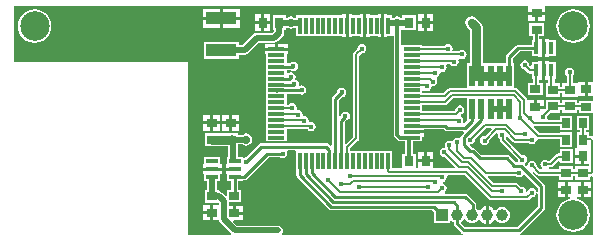
<source format=gbl>
G04*
G04 #@! TF.GenerationSoftware,Altium Limited,Altium Designer,19.1.5 (86)*
G04*
G04 Layer_Physical_Order=2*
G04 Layer_Color=16711680*
%FSLAX25Y25*%
%MOIN*%
G70*
G01*
G75*
%ADD10C,0.00787*%
%ADD18R,0.03543X0.03150*%
%ADD19R,0.03150X0.03543*%
%ADD30C,0.01000*%
%ADD31C,0.02953*%
%ADD32C,0.01968*%
%ADD34C,0.03937*%
%ADD35R,0.03937X0.03937*%
%ADD36C,0.09843*%
%ADD37C,0.01772*%
%ADD38C,0.02756*%
%ADD39R,0.01575X0.04134*%
%ADD40R,0.01181X0.05807*%
%ADD41R,0.05807X0.01181*%
%ADD42R,0.02756X0.03543*%
%ADD43R,0.02000X0.07000*%
%ADD44R,0.10236X0.04331*%
%ADD45R,0.04134X0.01575*%
%ADD46R,0.03543X0.02756*%
%ADD47C,0.01181*%
G36*
X194123Y52181D02*
X192232D01*
Y49803D01*
Y47425D01*
X194123D01*
Y45906D01*
X189331D01*
Y45138D01*
X188622D01*
Y46299D01*
X183819D01*
Y45138D01*
X183111D01*
Y46299D01*
X178308D01*
Y43477D01*
X178075Y43294D01*
X177851Y43398D01*
X174803D01*
Y43898D01*
X174303D01*
Y46276D01*
X172146D01*
Y46311D01*
X172067Y46711D01*
X171840Y47049D01*
X171840Y47049D01*
X168892Y49998D01*
X168553Y50224D01*
X168154Y50304D01*
X167772Y50604D01*
Y58449D01*
X167295D01*
Y60154D01*
X169572Y62431D01*
X173583D01*
Y60886D01*
X175772D01*
Y60516D01*
X177059D01*
Y63583D01*
Y66650D01*
X176152D01*
Y67480D01*
X177598D01*
Y71890D01*
X172795D01*
Y67480D01*
X173848D01*
Y66280D01*
X173583D01*
Y64735D01*
X169095D01*
X168654Y64647D01*
X168280Y64397D01*
X165328Y61445D01*
X165078Y61072D01*
X164990Y60631D01*
Y58449D01*
X157266D01*
Y70472D01*
X157102Y71294D01*
X156637Y71991D01*
X155062Y73566D01*
X154365Y74031D01*
X153543Y74195D01*
X152722Y74031D01*
X152025Y73566D01*
X151559Y72869D01*
X151396Y72047D01*
X151559Y71225D01*
X152025Y70529D01*
X152971Y69583D01*
Y58449D01*
X151913D01*
Y50304D01*
X146318D01*
X145918Y50224D01*
X145580Y49998D01*
X145580Y49998D01*
X144066Y48485D01*
X137148D01*
Y49368D01*
X137162Y49382D01*
X137648Y49589D01*
X137991Y49360D01*
X138583Y49242D01*
X139174Y49360D01*
X139675Y49695D01*
X140010Y50196D01*
X140052Y50406D01*
X140551Y50817D01*
X141143Y50934D01*
X141644Y51269D01*
X141979Y51771D01*
X142097Y52362D01*
X141979Y52954D01*
X141839Y53162D01*
X141928Y53679D01*
X142008Y53742D01*
X142431Y54025D01*
X142766Y54527D01*
X142884Y55118D01*
X142860Y55237D01*
X142908Y55319D01*
X143293Y55622D01*
X143701Y55541D01*
X144292Y55659D01*
X144794Y55994D01*
X145129Y56495D01*
X145246Y57087D01*
X145129Y57678D01*
X145082Y57748D01*
X145349Y58248D01*
X146354D01*
X146545Y57962D01*
X147046Y57627D01*
X147638Y57510D01*
X148229Y57627D01*
X148731Y57962D01*
X149066Y58464D01*
X149183Y59055D01*
X149066Y59646D01*
X149384Y60070D01*
X149611Y60117D01*
X149802Y59990D01*
X150394Y59872D01*
X150985Y59990D01*
X151487Y60325D01*
X151821Y60826D01*
X151939Y61417D01*
X151821Y62009D01*
X151487Y62510D01*
X150985Y62845D01*
X150394Y62963D01*
X149802Y62845D01*
X149301Y62510D01*
X149268Y62461D01*
X147430D01*
X147130Y62961D01*
X147215Y63386D01*
X147097Y63977D01*
X146762Y64479D01*
X146261Y64814D01*
X145669Y64931D01*
X145078Y64814D01*
X144577Y64479D01*
X144412Y64233D01*
X137148D01*
Y64409D01*
X130081D01*
X129984Y64870D01*
Y69617D01*
X130473Y69646D01*
Y69646D01*
X134882D01*
Y74449D01*
X130472D01*
Y73693D01*
X129891D01*
X129524Y73939D01*
X128740Y74094D01*
X127957Y73939D01*
X127589Y73693D01*
X127008D01*
Y74549D01*
X125409D01*
Y74919D01*
X124319D01*
Y71016D01*
Y67112D01*
X125409D01*
Y67482D01*
X127008D01*
Y67482D01*
X127496Y67453D01*
Y34646D01*
X127591Y34170D01*
X127860Y33766D01*
X128844Y32781D01*
X129248Y32512D01*
X129724Y32417D01*
X131433D01*
Y28386D01*
X130472D01*
Y23583D01*
X130037Y23426D01*
X127008D01*
Y29368D01*
X113051D01*
Y30079D01*
X115699Y32726D01*
X115699Y32727D01*
X115925Y33065D01*
X116004Y33465D01*
Y60985D01*
X116871Y61852D01*
X116929Y61840D01*
X117520Y61958D01*
X118022Y62293D01*
X118357Y62794D01*
X118475Y63386D01*
X118357Y63977D01*
X118022Y64479D01*
X117520Y64814D01*
X116929Y64931D01*
X116338Y64814D01*
X115836Y64479D01*
X115501Y63977D01*
X115384Y63386D01*
X115395Y63328D01*
X114223Y62155D01*
X113996Y61817D01*
X113917Y61417D01*
X113917Y61417D01*
Y33897D01*
X111691Y31671D01*
X111191Y31878D01*
Y38881D01*
X111783Y39472D01*
X112009Y39517D01*
X112510Y39852D01*
X112845Y40354D01*
X112963Y40945D01*
X112845Y41536D01*
X112510Y42038D01*
X112009Y42373D01*
X111417Y42490D01*
X110826Y42373D01*
X110325Y42038D01*
X109990Y41536D01*
X109910Y41135D01*
X109723Y41001D01*
X109231Y41253D01*
X109223Y41266D01*
Y46176D01*
X110341Y47294D01*
X110828Y47391D01*
X111329Y47726D01*
X111664Y48228D01*
X111782Y48819D01*
X111664Y49410D01*
X111329Y49912D01*
X110828Y50247D01*
X110236Y50364D01*
X109645Y50247D01*
X109143Y49912D01*
X108808Y49410D01*
X108712Y48924D01*
X107256Y47468D01*
X107007Y47094D01*
X106919Y46654D01*
Y31244D01*
X106419Y31037D01*
X105933Y31523D01*
X105559Y31773D01*
X105118Y31861D01*
X83465D01*
X83024Y31773D01*
X82650Y31523D01*
X78242Y27115D01*
X77803Y27028D01*
X77743Y27038D01*
X77303Y27205D01*
X77303Y27205D01*
X77303Y27205D01*
X75661D01*
Y31425D01*
X77196D01*
X77563Y31179D01*
X78347Y31024D01*
X79130Y31179D01*
X79794Y31623D01*
X80238Y32287D01*
X80394Y33071D01*
X80238Y33854D01*
X79794Y34519D01*
X79130Y34962D01*
X78347Y35118D01*
X77563Y34962D01*
X77196Y34717D01*
X75630D01*
Y35276D01*
X73978D01*
X73819Y35307D01*
X73660Y35276D01*
X70827D01*
Y35218D01*
X69331D01*
Y35276D01*
X64527D01*
Y30866D01*
X69331D01*
Y30923D01*
X70827D01*
Y30866D01*
X72370D01*
Y27205D01*
X71909D01*
Y25016D01*
X71539D01*
Y23728D01*
X74606D01*
Y22728D01*
X71539D01*
Y21441D01*
X71909D01*
Y19252D01*
X73454D01*
Y16378D01*
X72008D01*
Y14437D01*
X71546Y14246D01*
X70455Y15337D01*
X69921Y15694D01*
X69331Y15811D01*
Y16378D01*
X68772D01*
Y19252D01*
X69823D01*
Y21441D01*
X70193D01*
Y22728D01*
X67126D01*
X64059D01*
Y21441D01*
X64429D01*
Y19252D01*
X65480D01*
Y16378D01*
X64528D01*
Y11969D01*
X69169D01*
X69220Y11917D01*
Y11236D01*
X67429D01*
Y8661D01*
Y6087D01*
X69318D01*
X69346Y5946D01*
X69702Y5412D01*
X73462Y1652D01*
X73421Y1407D01*
X73281Y1152D01*
X59055D01*
Y59055D01*
X1152D01*
Y77588D01*
X172425D01*
Y75697D01*
X175197D01*
X177969D01*
Y77588D01*
X194123D01*
Y52181D01*
D02*
G37*
G36*
X189331Y41890D02*
X194123D01*
Y34380D01*
X193640Y34103D01*
X193623Y34106D01*
X193239Y34182D01*
X193239Y34182D01*
X192756D01*
Y35472D01*
X191792D01*
Y36181D01*
X192756D01*
Y40984D01*
X188740D01*
Y36181D01*
X189704D01*
Y35472D01*
X188740D01*
Y30669D01*
X188380Y30331D01*
X187976D01*
Y28059D01*
X190551D01*
Y27559D01*
X191051D01*
Y24787D01*
X192657D01*
Y24105D01*
X188150D01*
Y23091D01*
X187441D01*
Y24105D01*
X182637D01*
Y23091D01*
X179418D01*
X179185Y23591D01*
X179326Y23760D01*
X179921D01*
X179921Y23760D01*
X180321Y23839D01*
X180659Y24065D01*
X182373Y25779D01*
X182835Y25587D01*
Y25157D01*
X187244D01*
Y29961D01*
X182835D01*
Y28406D01*
X182480D01*
X182081Y28326D01*
X181742Y28100D01*
X179539Y25897D01*
X179045Y25896D01*
X178544Y26231D01*
X177953Y26349D01*
X177361Y26231D01*
X176860Y25896D01*
X176525Y25395D01*
X176407Y24803D01*
X176525Y24212D01*
X176860Y23710D01*
X177039Y23591D01*
X176887Y23091D01*
X176417D01*
X175156Y24351D01*
X175168Y24409D01*
X175050Y25001D01*
X174715Y25502D01*
X174214Y25837D01*
X173622Y25955D01*
X173031Y25837D01*
X172529Y25502D01*
X172194Y25001D01*
X172083Y24442D01*
X171953Y24358D01*
X171660Y24235D01*
X171297Y24557D01*
X171370Y25155D01*
X171565Y25285D01*
X171900Y25787D01*
X172018Y26378D01*
X171900Y26969D01*
X171565Y27471D01*
X171063Y27806D01*
X170472Y27923D01*
X170414Y27912D01*
X165012Y33314D01*
Y33761D01*
X165079Y33863D01*
X165665Y33985D01*
X167317Y32333D01*
X167317Y32333D01*
X167655Y32107D01*
X168055Y32027D01*
X172496D01*
X172529Y31978D01*
X173031Y31643D01*
X173622Y31525D01*
X174214Y31643D01*
X174715Y31978D01*
X175050Y32480D01*
X175168Y33071D01*
X175650Y33208D01*
X182835D01*
Y30669D01*
X186850D01*
Y35472D01*
X182835D01*
Y35296D01*
X176023D01*
X174200Y37118D01*
X174293Y37414D01*
X174427Y37598D01*
X182835D01*
Y36181D01*
X186850D01*
Y40984D01*
X182835D01*
Y39685D01*
X178965D01*
X178638Y40185D01*
X178711Y40551D01*
X178667Y40773D01*
X179784Y41890D01*
X183111D01*
Y43051D01*
X183819D01*
Y41890D01*
X188622D01*
Y43051D01*
X189331D01*
Y41890D01*
D02*
G37*
G36*
X151913Y39369D02*
X151147Y38603D01*
X150668Y38779D01*
X150647Y38810D01*
X150758Y39370D01*
X150640Y39961D01*
X150305Y40463D01*
X149804Y40798D01*
X149919Y41277D01*
X150026Y41451D01*
X150198Y41486D01*
X150699Y41821D01*
X151034Y42322D01*
X151152Y42913D01*
X151034Y43505D01*
X150699Y44006D01*
X150198Y44341D01*
X149606Y44459D01*
X149015Y44341D01*
X148513Y44006D01*
X148179Y43505D01*
X148061Y42913D01*
X147702Y42579D01*
X137148D01*
Y44429D01*
X144534D01*
X144534Y44429D01*
X144934Y44508D01*
X145272Y44734D01*
X147337Y46799D01*
X151913D01*
Y39369D01*
D02*
G37*
G36*
X144461Y36193D02*
X144835Y35943D01*
X145276Y35856D01*
X150748D01*
X150955Y35356D01*
X150319Y34720D01*
X150069Y34347D01*
X149982Y33906D01*
X149482Y33663D01*
X149410Y33711D01*
X148819Y33829D01*
X148227Y33711D01*
X147726Y33376D01*
X147391Y32875D01*
X147349Y32667D01*
X146794Y32437D01*
X146654Y32530D01*
X146063Y32648D01*
X145471Y32530D01*
X144970Y32195D01*
X144635Y31694D01*
X144517Y31102D01*
X144582Y30775D01*
X144516Y30431D01*
X144220Y30232D01*
X143897Y30168D01*
X143395Y29833D01*
X143060Y29332D01*
X142943Y28740D01*
X143060Y28149D01*
X143395Y27647D01*
X143897Y27312D01*
X144488Y27195D01*
X144546Y27206D01*
X147865Y23888D01*
X147673Y23426D01*
X140764D01*
Y25484D01*
X138189D01*
X135614D01*
Y23780D01*
X135382Y23649D01*
X134882Y23942D01*
Y28386D01*
X133922D01*
Y32441D01*
X137148D01*
Y34039D01*
X137518D01*
Y35130D01*
X133614D01*
Y36130D01*
X137518D01*
Y36446D01*
X144208D01*
X144461Y36193D01*
D02*
G37*
G36*
X160188Y36467D02*
X157932Y34211D01*
X157874Y34223D01*
X157283Y34105D01*
X156781Y33770D01*
X156446Y33269D01*
X156329Y32677D01*
X156446Y32086D01*
X156781Y31584D01*
X157283Y31249D01*
X157874Y31132D01*
X158465Y31249D01*
X158967Y31584D01*
X159302Y32086D01*
X159420Y32677D01*
X159408Y32735D01*
X161825Y35152D01*
X162286Y34906D01*
X162234Y34646D01*
X162352Y34054D01*
X162687Y33553D01*
X162924Y33394D01*
Y32882D01*
X162924Y32882D01*
X163004Y32483D01*
X163230Y32144D01*
X168938Y26436D01*
X168927Y26378D01*
X168997Y26026D01*
X168706Y25622D01*
X168214Y25588D01*
X166216Y27586D01*
X165842Y27836D01*
X165401Y27924D01*
X156776D01*
X154752Y29948D01*
X154378Y30198D01*
X153937Y30286D01*
X153627D01*
X152834Y31078D01*
X153081Y31539D01*
X153150Y31525D01*
X153741Y31643D01*
X154242Y31978D01*
X154577Y32480D01*
X154695Y33071D01*
X154683Y33129D01*
X158484Y36929D01*
X159996D01*
X160188Y36467D01*
D02*
G37*
G36*
X95039Y29368D02*
Y22301D01*
X95108D01*
Y21177D01*
X95196Y20736D01*
X95445Y20363D01*
X105993Y9815D01*
X106366Y9566D01*
X106807Y9478D01*
X140428D01*
X141063Y8843D01*
Y5276D01*
X146260D01*
Y5914D01*
X146760Y6084D01*
X146808Y6021D01*
X147351Y5604D01*
X147509Y5539D01*
Y4933D01*
X147597Y4492D01*
X147847Y4118D01*
X150024Y1941D01*
X150398Y1692D01*
X150596Y1652D01*
X150547Y1152D01*
X90381D01*
X90249Y1394D01*
X90180Y1652D01*
X90497Y2126D01*
X90622Y2756D01*
X90497Y3386D01*
X90140Y3920D01*
X89606Y4276D01*
X88976Y4402D01*
X75367D01*
X74144Y5625D01*
X74336Y6087D01*
X77181D01*
Y7965D01*
X74410D01*
Y8465D01*
X73909D01*
Y10842D01*
X72512D01*
Y12362D01*
X76811D01*
Y16378D01*
X75758D01*
Y19252D01*
X77303D01*
Y19517D01*
X77756D01*
X78197Y19605D01*
X78570Y19855D01*
X85910Y27194D01*
X89547D01*
X89960Y26919D01*
X90551Y26801D01*
X91143Y26919D01*
X91644Y27254D01*
X91979Y27755D01*
X92097Y28346D01*
X91979Y28938D01*
X91900Y29057D01*
X92167Y29557D01*
X94617D01*
X95039Y29368D01*
D02*
G37*
G36*
X175620Y16940D02*
Y15644D01*
X175120Y15595D01*
X175050Y15946D01*
X174715Y16447D01*
X174214Y16782D01*
X173622Y16900D01*
X173031Y16782D01*
X172529Y16447D01*
X172194Y15946D01*
X172154Y15744D01*
X172101Y15719D01*
X172075Y15720D01*
X171570Y16021D01*
X171507Y16339D01*
X171171Y16841D01*
X170670Y17176D01*
X170079Y17293D01*
X170021Y17282D01*
X168907Y18395D01*
X168569Y18622D01*
X168169Y18701D01*
X168169Y18701D01*
X160764D01*
X158923Y20542D01*
X159114Y21003D01*
X168165D01*
X168198Y20954D01*
X168700Y20619D01*
X169291Y20502D01*
X169882Y20619D01*
X170384Y20954D01*
X170590Y21263D01*
X171176Y21384D01*
X175620Y16940D01*
D02*
G37*
G36*
X159403Y13101D02*
X159403Y13101D01*
X159742Y12874D01*
X160141Y12795D01*
X172106D01*
X172106Y12795D01*
X172506Y12874D01*
X172844Y13101D01*
X173564Y13820D01*
X173622Y13809D01*
X174214Y13927D01*
X174715Y14262D01*
X175050Y14763D01*
X175120Y15113D01*
X175620Y15064D01*
Y10713D01*
X168814Y3908D01*
X151316D01*
X150105Y5118D01*
X150081Y5209D01*
X150173Y5758D01*
X150515Y6021D01*
X150879Y6495D01*
X151161Y6533D01*
X151444Y6495D01*
X151808Y6021D01*
X152351Y5604D01*
X152983Y5342D01*
X153661Y5253D01*
X154340Y5342D01*
X154972Y5604D01*
X155515Y6021D01*
X155626Y6166D01*
X155665Y6185D01*
X156243Y6149D01*
X156544Y5757D01*
X157164Y5281D01*
X157887Y4982D01*
X158161Y4946D01*
Y7874D01*
Y10802D01*
X157887Y10766D01*
X157164Y10467D01*
X156544Y9991D01*
X156243Y9599D01*
X155665Y9563D01*
X155626Y9582D01*
X155515Y9727D01*
X155089Y10054D01*
Y11417D01*
X155001Y11858D01*
X154752Y12232D01*
X152279Y14704D01*
X151905Y14954D01*
X151465Y15042D01*
X144739D01*
X144655Y15143D01*
X144752Y15809D01*
X144794Y15836D01*
X145129Y16338D01*
X145246Y16929D01*
X145129Y17521D01*
X144794Y18022D01*
X144292Y18357D01*
X143845Y18446D01*
Y18956D01*
X144292Y19045D01*
X144794Y19380D01*
X145129Y19881D01*
X145246Y20472D01*
X145174Y20838D01*
X145501Y21338D01*
X151166D01*
X159403Y13101D01*
D02*
G37*
G36*
X174028Y22527D02*
X175246Y21309D01*
X175585Y21083D01*
X175984Y21004D01*
X175984Y21004D01*
X182637D01*
Y19696D01*
X187441D01*
Y21004D01*
X188150D01*
Y19696D01*
X192953D01*
Y20493D01*
X193240Y20857D01*
X193623Y20933D01*
X193640Y20936D01*
X194123Y20659D01*
Y1152D01*
X169583D01*
X169534Y1652D01*
X169732Y1692D01*
X170106Y1941D01*
X177586Y9422D01*
X177836Y9795D01*
X177924Y10236D01*
Y17417D01*
X177836Y17858D01*
X177586Y18232D01*
X173834Y21984D01*
X173999Y22526D01*
X174022Y22530D01*
X174028Y22527D01*
D02*
G37*
%LPC*%
G36*
X123319Y74919D02*
X122228D01*
Y74549D01*
X119504D01*
Y74919D01*
X118413D01*
Y71016D01*
Y67112D01*
X119504D01*
Y67482D01*
X122228D01*
Y67112D01*
X123319D01*
Y71016D01*
Y74919D01*
D02*
G37*
G36*
X117413D02*
X116323D01*
Y74549D01*
X113598D01*
Y74919D01*
X112508D01*
Y71016D01*
Y67112D01*
X113598D01*
Y67482D01*
X116323D01*
Y67112D01*
X117413D01*
Y71016D01*
Y74919D01*
D02*
G37*
G36*
X76197Y76591D02*
X70579D01*
Y73925D01*
X76197D01*
Y76591D01*
D02*
G37*
G36*
X69579D02*
X63961D01*
Y73925D01*
X69579D01*
Y76591D01*
D02*
G37*
G36*
X111508Y74919D02*
X110417D01*
Y74549D01*
X95039D01*
Y73693D01*
X94458D01*
X94090Y73939D01*
X93307Y74094D01*
X92524Y73939D01*
X92156Y73693D01*
X91575D01*
Y74449D01*
X87165D01*
Y69646D01*
X87628D01*
X87684Y69146D01*
X87114Y68575D01*
X81890D01*
X81260Y68450D01*
X80726Y68093D01*
X77271Y64638D01*
X75827D01*
Y65591D01*
X64331D01*
Y60000D01*
X75827D01*
Y61346D01*
X77953D01*
X78583Y61472D01*
X79116Y61828D01*
X82572Y65283D01*
X87795D01*
X88425Y65409D01*
X88959Y65765D01*
X90534Y67340D01*
X90891Y67874D01*
X91016Y68504D01*
Y69646D01*
X91575D01*
Y70401D01*
X92156D01*
X92524Y70156D01*
X93307Y70000D01*
X94090Y70156D01*
X94458Y70401D01*
X95039D01*
Y67482D01*
X110417D01*
Y67112D01*
X111508D01*
Y71016D01*
Y74919D01*
D02*
G37*
G36*
X177969Y74697D02*
X175697D01*
Y72622D01*
X177969D01*
Y74697D01*
D02*
G37*
G36*
X174697D02*
X172425D01*
Y72622D01*
X174697D01*
Y74697D01*
D02*
G37*
G36*
X140764Y74819D02*
X138689D01*
Y72547D01*
X140764D01*
Y74819D01*
D02*
G37*
G36*
X137689D02*
X135614D01*
Y72547D01*
X137689D01*
Y74819D01*
D02*
G37*
G36*
X86433Y74819D02*
X84358D01*
Y72547D01*
X86433D01*
Y74819D01*
D02*
G37*
G36*
X83358D02*
X81283D01*
Y72547D01*
X83358D01*
Y74819D01*
D02*
G37*
G36*
X76197Y72925D02*
X70579D01*
Y70260D01*
X76197D01*
Y72925D01*
D02*
G37*
G36*
X69579D02*
X63961D01*
Y70260D01*
X69579D01*
Y72925D01*
D02*
G37*
G36*
X140764Y71547D02*
X138689D01*
Y69276D01*
X140764D01*
Y71547D01*
D02*
G37*
G36*
X137689D02*
X135614D01*
Y69276D01*
X137689D01*
Y71547D01*
D02*
G37*
G36*
X86433Y71547D02*
X84358D01*
Y69276D01*
X86433D01*
Y71547D01*
D02*
G37*
G36*
X83358D02*
X81283D01*
Y69276D01*
X83358D01*
Y71547D01*
D02*
G37*
G36*
X187402Y76465D02*
X185952Y76274D01*
X184602Y75715D01*
X183442Y74825D01*
X182553Y73666D01*
X181993Y72315D01*
X181802Y70866D01*
X181993Y69417D01*
X182553Y68067D01*
X183442Y66907D01*
X184602Y66017D01*
X185952Y65458D01*
X187402Y65267D01*
X188851Y65458D01*
X190201Y66017D01*
X191361Y66907D01*
X192251Y68067D01*
X192810Y69417D01*
X193001Y70866D01*
X192810Y72315D01*
X192251Y73666D01*
X191361Y74825D01*
X190201Y75715D01*
X188851Y76274D01*
X187402Y76465D01*
D02*
G37*
G36*
X7874D02*
X6425Y76274D01*
X5074Y75715D01*
X3915Y74825D01*
X3025Y73666D01*
X2466Y72315D01*
X2275Y70866D01*
X2466Y69417D01*
X3025Y68067D01*
X3915Y66907D01*
X5074Y66017D01*
X6425Y65458D01*
X7874Y65267D01*
X9323Y65458D01*
X10674Y66017D01*
X11833Y66907D01*
X12723Y68067D01*
X13282Y69417D01*
X13473Y70866D01*
X13282Y72315D01*
X12723Y73666D01*
X11833Y74825D01*
X10674Y75715D01*
X9323Y76274D01*
X7874Y76465D01*
D02*
G37*
G36*
X92337Y64780D02*
X88933D01*
Y63689D01*
X92337D01*
Y64780D01*
D02*
G37*
G36*
X87933D02*
X84530D01*
Y63689D01*
X87933D01*
Y64780D01*
D02*
G37*
G36*
X179347Y66650D02*
X178059D01*
Y63583D01*
Y60516D01*
X179347D01*
Y60886D01*
X181535D01*
Y66280D01*
X179347D01*
Y66650D01*
D02*
G37*
G36*
X92337Y62689D02*
X88433D01*
X84530D01*
Y61598D01*
X84900D01*
Y60000D01*
Y56063D01*
Y52126D01*
Y48189D01*
Y44252D01*
Y40315D01*
Y36378D01*
Y32441D01*
X91966D01*
Y36417D01*
X98835D01*
X98907Y36309D01*
X99409Y35974D01*
X100000Y35856D01*
X100591Y35974D01*
X101093Y36309D01*
X101428Y36810D01*
X101545Y37402D01*
X101428Y37993D01*
X101093Y38494D01*
X100591Y38829D01*
X100000Y38947D01*
X99593Y38866D01*
X99207Y39170D01*
X99159Y39251D01*
X99183Y39370D01*
X99065Y39961D01*
X98730Y40463D01*
X98229Y40798D01*
X97640Y40915D01*
X97506Y40944D01*
X97243Y41207D01*
X97214Y41341D01*
X97097Y41930D01*
X96762Y42431D01*
X96261Y42766D01*
X95669Y42884D01*
X95550Y42860D01*
X95469Y42908D01*
X95165Y43294D01*
X95246Y43701D01*
X95129Y44292D01*
X94794Y44794D01*
X94292Y45129D01*
X93701Y45246D01*
X93109Y45129D01*
X92608Y44794D01*
X92444Y44548D01*
X91966D01*
Y48257D01*
X96141D01*
X96259Y48178D01*
X96850Y48061D01*
X97442Y48178D01*
X97943Y48513D01*
X98278Y49015D01*
X98396Y49606D01*
X98278Y50198D01*
X97943Y50699D01*
X97442Y51034D01*
X96850Y51152D01*
X96443Y51071D01*
X96058Y51375D01*
X96010Y51456D01*
X96034Y51575D01*
X95916Y52166D01*
X95581Y52668D01*
X95099Y52990D01*
X94767Y53269D01*
X94735Y53346D01*
X94853Y53937D01*
X94735Y54528D01*
X94400Y55030D01*
X93898Y55365D01*
X93307Y55482D01*
X92716Y55365D01*
X92466Y55198D01*
X91966Y55466D01*
Y56131D01*
X93385D01*
X93503Y56053D01*
X94095Y55935D01*
X94686Y56053D01*
X95187Y56388D01*
X95522Y56889D01*
X95640Y57480D01*
X95522Y58072D01*
X95187Y58573D01*
X94686Y58908D01*
X94095Y59026D01*
X93503Y58908D01*
X93002Y58573D01*
X92910Y58435D01*
X91966D01*
Y61598D01*
X92337D01*
Y62689D01*
D02*
G37*
G36*
X171260Y59420D02*
X170668Y59302D01*
X170167Y58967D01*
X169832Y58465D01*
X169714Y57874D01*
X169832Y57283D01*
X170167Y56781D01*
X170668Y56446D01*
X171260Y56329D01*
X171318Y56340D01*
X172293Y55364D01*
X172293Y55364D01*
X172632Y55138D01*
X173031Y55059D01*
X173031Y55059D01*
X173583D01*
Y53405D01*
X173956D01*
Y51811D01*
X172402D01*
Y47795D01*
X177205D01*
Y51811D01*
X176044D01*
Y53035D01*
X177059D01*
Y56102D01*
Y59169D01*
X175772D01*
Y58799D01*
X173583D01*
Y57804D01*
X173134Y57610D01*
X173036Y57688D01*
X172801Y57898D01*
X172688Y58465D01*
X172353Y58967D01*
X171851Y59302D01*
X171260Y59420D01*
D02*
G37*
G36*
X179347Y59169D02*
X178059D01*
Y56102D01*
Y53035D01*
X179075D01*
Y51811D01*
X178308D01*
Y47402D01*
X183111D01*
Y48563D01*
X183819D01*
Y47402D01*
X188470D01*
X188622Y47402D01*
X189112Y47425D01*
X191232D01*
Y49803D01*
Y52181D01*
X188961D01*
Y52171D01*
X188622Y51811D01*
X188461Y51811D01*
X187264D01*
Y54386D01*
X187313Y54419D01*
X187648Y54920D01*
X187766Y55512D01*
X187648Y56103D01*
X187313Y56605D01*
X186812Y56940D01*
X186221Y57057D01*
X185629Y56940D01*
X185128Y56605D01*
X184793Y56103D01*
X184675Y55512D01*
X184793Y54920D01*
X185128Y54419D01*
X185177Y54386D01*
Y51811D01*
X183819D01*
Y50650D01*
X183111D01*
Y51811D01*
X181162D01*
Y53405D01*
X181535D01*
Y58799D01*
X179347D01*
Y59169D01*
D02*
G37*
G36*
X177575Y46276D02*
X175303D01*
Y44398D01*
X177575D01*
Y46276D01*
D02*
G37*
G36*
X76000Y41157D02*
X73728D01*
Y39083D01*
X76000D01*
Y41157D01*
D02*
G37*
G36*
X69701D02*
X67429D01*
Y39083D01*
X69701D01*
Y41157D01*
D02*
G37*
G36*
X72728D02*
X70457D01*
Y39083D01*
X72728D01*
Y41157D01*
D02*
G37*
G36*
X66429D02*
X64157D01*
Y39083D01*
X66429D01*
Y41157D01*
D02*
G37*
G36*
X76000Y38083D02*
X73728D01*
Y36008D01*
X76000D01*
Y38083D01*
D02*
G37*
G36*
X72728D02*
X70457D01*
Y36008D01*
X72728D01*
Y38083D01*
D02*
G37*
G36*
X69701D02*
X67429D01*
Y36008D01*
X69701D01*
Y38083D01*
D02*
G37*
G36*
X66429D02*
X64157D01*
Y36008D01*
X66429D01*
Y38083D01*
D02*
G37*
G36*
X69823Y27205D02*
X64429D01*
Y25016D01*
X64059D01*
Y23728D01*
X67126D01*
X70193D01*
Y25016D01*
X69823D01*
Y27205D01*
D02*
G37*
G36*
X66429Y11236D02*
X64157D01*
Y9161D01*
X66429D01*
Y11236D01*
D02*
G37*
G36*
Y8161D02*
X64157D01*
Y6087D01*
X66429D01*
Y8161D01*
D02*
G37*
G36*
X190051Y27059D02*
X187976D01*
Y24787D01*
X190051D01*
Y27059D01*
D02*
G37*
G36*
X140764Y28756D02*
X138689D01*
Y26484D01*
X140764D01*
Y28756D01*
D02*
G37*
G36*
X137689D02*
X135614D01*
Y26484D01*
X137689D01*
Y28756D01*
D02*
G37*
G36*
X77181Y10842D02*
X74910D01*
Y8965D01*
X77181D01*
Y10842D01*
D02*
G37*
G36*
X159161Y10802D02*
Y7874D01*
Y4946D01*
X159436Y4982D01*
X160159Y5281D01*
X160779Y5757D01*
X161080Y6149D01*
X161658Y6185D01*
X161697Y6166D01*
X161808Y6021D01*
X162351Y5604D01*
X162983Y5342D01*
X163661Y5253D01*
X164340Y5342D01*
X164972Y5604D01*
X165515Y6021D01*
X165931Y6564D01*
X166193Y7196D01*
X166282Y7874D01*
X166193Y8552D01*
X165931Y9184D01*
X165515Y9727D01*
X164972Y10144D01*
X164340Y10406D01*
X163661Y10495D01*
X162983Y10406D01*
X162351Y10144D01*
X161808Y9727D01*
X161697Y9582D01*
X161658Y9563D01*
X161080Y9599D01*
X160779Y9991D01*
X160159Y10467D01*
X159436Y10766D01*
X159161Y10802D01*
D02*
G37*
G36*
X193323Y18964D02*
X191051D01*
Y16889D01*
X193323D01*
Y18964D01*
D02*
G37*
G36*
X184539Y18963D02*
X182267D01*
Y16889D01*
X184539D01*
Y18963D01*
D02*
G37*
G36*
X193323Y15889D02*
X191051D01*
Y13814D01*
X193323D01*
Y15889D01*
D02*
G37*
G36*
X184539Y15889D02*
X182267D01*
Y13814D01*
X184539D01*
Y15889D01*
D02*
G37*
G36*
X190051Y18964D02*
X187779D01*
Y18963D01*
X185539D01*
Y16389D01*
Y13814D01*
X186160D01*
X186192Y13314D01*
X185952Y13282D01*
X184602Y12723D01*
X183442Y11833D01*
X182553Y10674D01*
X181993Y9323D01*
X181802Y7874D01*
X181993Y6425D01*
X182553Y5074D01*
X183442Y3915D01*
X184602Y3025D01*
X185952Y2466D01*
X187402Y2275D01*
X188851Y2466D01*
X190201Y3025D01*
X191361Y3915D01*
X192251Y5074D01*
X192810Y6425D01*
X193001Y7874D01*
X192810Y9323D01*
X192251Y10674D01*
X191361Y11833D01*
X190201Y12723D01*
X188851Y13282D01*
X188610Y13314D01*
X188643Y13814D01*
X190051D01*
Y16389D01*
Y18964D01*
D02*
G37*
%LPD*%
D10*
X93504Y43504D02*
X93701Y43701D01*
X88433Y43504D02*
X93504D01*
X88433Y41535D02*
X95472D01*
X95669Y41339D01*
X133614Y63189D02*
X145472D01*
X145669Y63386D01*
X133811Y61417D02*
X150394D01*
X143504Y57284D02*
X143701Y57087D01*
X133614Y57284D02*
X143504D01*
X141141Y55315D02*
X141338Y55118D01*
X133614Y55315D02*
X141141D01*
X139567Y53347D02*
X140551Y52362D01*
X133614Y53347D02*
X139567D01*
X137992Y51378D02*
X138583Y50787D01*
X133614Y51378D02*
X137992D01*
X147402Y59291D02*
X147638Y59055D01*
X135039Y59291D02*
X147402D01*
X163779Y34646D02*
X163968Y34457D01*
Y32882D02*
Y34457D01*
Y32882D02*
X170472Y26378D01*
X158268Y22047D02*
X169291D01*
X175984Y22047D02*
X190798D01*
X173622Y24409D02*
X175984Y22047D01*
X177953Y24803D02*
X179921D01*
X190551Y21901D02*
X190945D01*
X190798Y22047D02*
X190945Y21901D01*
X158051Y37972D02*
X165157D01*
X153150Y33071D02*
X158051Y37972D01*
X161752Y36555D02*
X164570D01*
X157874Y32677D02*
X161752Y36555D01*
X164570D02*
X168055Y33071D01*
X173622D01*
X165157Y37972D02*
X168091Y35039D01*
X171260D01*
X180709Y44095D02*
X191535D01*
X190748Y33465D02*
X191074Y33138D01*
X190748Y33465D02*
Y38583D01*
X190945Y21901D02*
X193239D01*
Y33138D02*
X193701Y32677D01*
X191074Y33138D02*
X193239D01*
X193701Y22362D02*
Y32677D01*
X193239Y21901D02*
X193701Y22362D01*
X174350Y38642D02*
X185295D01*
X185630Y38976D01*
X171102Y41890D02*
X174350Y38642D01*
X169685Y40157D02*
Y45724D01*
Y40157D02*
X175591Y34252D01*
X171102Y41890D02*
Y46311D01*
X168154Y49260D02*
X171102Y46311D01*
X167567Y47842D02*
X169685Y45724D01*
X175591Y34252D02*
X185236D01*
X146318Y49260D02*
X168154D01*
X177165Y40551D02*
Y40747D01*
X180512Y44095D01*
X180709D01*
X186221Y49606D02*
X186221Y49606D01*
X186221Y49606D02*
Y55512D01*
X180709Y49606D02*
X186221D01*
X180709Y49606D02*
X180709Y49606D01*
X180118Y50197D02*
X180709Y49606D01*
X180118Y50197D02*
Y56102D01*
X191535Y44095D02*
X191732Y43898D01*
X182480Y27362D02*
X185039D01*
X179921Y24803D02*
X182480Y27362D01*
X185039D02*
Y27559D01*
X144499Y47441D02*
X146318Y49260D01*
X133614Y47441D02*
X144499D01*
X146905Y47842D02*
X167567D01*
X144534Y45472D02*
X146905Y47842D01*
X133614Y45472D02*
X144534D01*
X149114Y39469D02*
X149213Y39370D01*
X133713Y39469D02*
X149114D01*
X148228Y41535D02*
X149606Y42913D01*
X153307Y27008D02*
X158268Y22047D01*
X174803Y49803D02*
X175000Y50000D01*
Y56102D01*
X171260Y57874D02*
X173031Y56102D01*
X175000D01*
X133614Y39567D02*
X133713Y39469D01*
X143307Y20866D02*
X143701Y20472D01*
X112992Y20866D02*
X143307D01*
X151598Y22382D02*
X160141Y13839D01*
X126043Y22382D02*
X151598D01*
X125787Y22638D02*
X126043Y22382D01*
X150994Y27008D02*
X153307D01*
X148819Y29183D02*
X150994Y27008D01*
X148819Y29183D02*
Y32283D01*
X172106Y13839D02*
X173622Y15354D01*
X160141Y13839D02*
X172106D01*
X150394Y25591D02*
X152398D01*
X146063Y29922D02*
X150394Y25591D01*
X146063Y29922D02*
Y31102D01*
X152398Y25591D02*
X160331Y17658D01*
X168169D01*
X152185Y23799D02*
X160236Y15748D01*
X149429Y23799D02*
X152185D01*
X144488Y28740D02*
X149429Y23799D01*
X142185Y15413D02*
X143701Y16929D01*
X109783Y15413D02*
X142185D01*
X141004Y19232D02*
X141339Y18898D01*
X114058Y19232D02*
X141004D01*
X112936Y18110D02*
X114058Y19232D01*
X116142Y17323D02*
X138976D01*
X114961Y33465D02*
Y61417D01*
X112008Y30512D02*
X114961Y33465D01*
X112008Y25835D02*
Y30512D01*
X114961Y61417D02*
X116929Y63386D01*
X125787Y22638D02*
Y25835D01*
X105512Y19685D02*
X109783Y15413D01*
X109843Y18110D02*
X112936D01*
X88571Y37461D02*
X99941D01*
X88433Y37598D02*
X88571Y37461D01*
X99941D02*
X100000Y37402D01*
X88571Y39429D02*
X97579D01*
X97638Y39370D01*
X133614Y41535D02*
X148228D01*
X133614Y61221D02*
X133811Y61417D01*
X133614Y61221D02*
X133713Y61122D01*
X168169Y17658D02*
X170079Y15748D01*
X160236D02*
X163779D01*
X88433Y39567D02*
X88571Y39429D01*
D18*
X66929Y14173D02*
D03*
Y8661D02*
D03*
X66929Y33071D02*
D03*
Y38583D02*
D03*
X73228Y33071D02*
D03*
Y38583D02*
D03*
X175197Y69685D02*
D03*
Y75197D02*
D03*
X180709Y49606D02*
D03*
Y44095D02*
D03*
X186221Y49606D02*
D03*
Y44094D02*
D03*
X185039Y21901D02*
D03*
Y16389D02*
D03*
X190551Y21901D02*
D03*
Y16389D02*
D03*
D19*
X89370Y72047D02*
D03*
X83858D02*
D03*
X132677Y72047D02*
D03*
X138189D02*
D03*
X132677Y25984D02*
D03*
X138189D02*
D03*
X185039Y27559D02*
D03*
X190551D02*
D03*
D30*
X92716Y53347D02*
X93307Y53937D01*
X88433Y53347D02*
X92716D01*
X94291Y51378D02*
X94488Y51575D01*
X88433Y49409D02*
X96653D01*
X96850Y49606D01*
X88433Y51378D02*
X94291D01*
X93898Y57284D02*
X94095Y57480D01*
X88433Y57284D02*
X93898D01*
X166142Y54331D02*
Y60631D01*
X154331Y55107D02*
X155118Y55895D01*
X106807Y10630D02*
X140905D01*
X96260Y21177D02*
X106807Y10630D01*
X140905D02*
X143661Y7874D01*
X85433Y28346D02*
X90551D01*
X77756Y20669D02*
X85433Y28346D01*
X74606Y20669D02*
X77756D01*
X126819Y72047D02*
X126819Y72047D01*
X156299Y26772D02*
X165401D01*
X167811Y24362D02*
X169827D01*
X165401Y26772D02*
X167811Y24362D01*
X169291Y2756D02*
X176772Y10236D01*
X150839Y2756D02*
X169291D01*
X176772Y10236D02*
Y17417D01*
X151134Y31150D02*
Y33906D01*
Y31150D02*
X153150Y29134D01*
X151134Y33906D02*
X156693Y39465D01*
X169827Y24362D02*
X176772Y17417D01*
X153937Y29134D02*
X156299Y26772D01*
X153150Y29134D02*
X153937D01*
X156693Y39465D02*
Y43319D01*
X148661Y4933D02*
Y7874D01*
Y4933D02*
X150839Y2756D01*
X151181Y37008D02*
X153542Y39369D01*
X145276Y37008D02*
X151181D01*
X144685Y37598D02*
X145276Y37008D01*
X175000Y63583D02*
Y69488D01*
X175197Y69685D01*
X169095Y63583D02*
X175000D01*
X166142Y60631D02*
X169095Y63583D01*
X108158Y13890D02*
X151465D01*
X107482Y12260D02*
X147583D01*
X148819Y11024D01*
X151465Y13890D02*
X153937Y11417D01*
Y9843D02*
Y11417D01*
X98228Y21514D02*
X107482Y12260D01*
X100197Y21850D02*
X108158Y13890D01*
X96260Y21177D02*
Y25835D01*
X98228Y21514D02*
Y25835D01*
X100197Y21850D02*
Y25835D01*
X148819Y8032D02*
Y11024D01*
X148661Y7874D02*
X148819Y8032D01*
X111417Y40736D02*
Y40945D01*
X110039Y39358D02*
X111417Y40736D01*
X110039Y25835D02*
Y39358D01*
X108071Y46654D02*
X110236Y48819D01*
X108071Y25835D02*
Y46654D01*
X83465Y30709D02*
X105118D01*
X78347Y25591D02*
X83465Y30709D01*
X105118D02*
X106102Y29724D01*
Y25835D02*
Y29724D01*
X95228Y72047D02*
X95228Y72047D01*
X88433Y49409D02*
X88524Y49319D01*
X153542Y39369D02*
Y43319D01*
X133614Y37598D02*
X144685D01*
X88350Y51295D02*
X88433Y51378D01*
X66929Y14173D02*
X66929Y14173D01*
X73244Y33071D02*
X74016Y32299D01*
Y26378D02*
X74606Y25787D01*
X73228Y33071D02*
X73228Y33071D01*
X73244Y33071D02*
X73244Y33071D01*
X73228Y33071D02*
X73244D01*
X66929Y14173D02*
X67126Y14370D01*
X74410Y14370D02*
X74606Y14567D01*
Y20669D01*
D31*
X162993Y54319D02*
X165354D01*
X159843D02*
X162993D01*
X154331D02*
Y55107D01*
Y54319D02*
X156693D01*
X153543Y72047D02*
X155118Y70472D01*
Y55895D02*
Y70472D01*
X156693Y54319D02*
X159843D01*
X66929Y33071D02*
X73228D01*
D32*
X126819Y72047D02*
X132677D01*
X89370Y72047D02*
X95228D01*
X70079Y63583D02*
X70669Y62992D01*
X126378Y72047D02*
X126819D01*
X77953Y62992D02*
X81890Y66929D01*
X70669Y62992D02*
X77953D01*
X81890Y66929D02*
X87795D01*
X89370Y68504D02*
Y72047D01*
X87795Y66929D02*
X89370Y68504D01*
X74686Y2756D02*
X88976D01*
X70866Y6576D02*
X74686Y2756D01*
X70866Y6576D02*
Y12598D01*
X73819Y33661D02*
X73819Y33661D01*
X74409Y33071D01*
X162993Y43319D02*
X166142D01*
X159843D02*
X162993D01*
X74409Y33071D02*
X78347D01*
X73228D02*
X73819Y33661D01*
X95228Y72047D02*
X95669D01*
X69291Y14173D02*
X70866Y12598D01*
X66929Y14173D02*
X69291D01*
X74016Y26378D02*
Y32299D01*
X73244Y33071D02*
X73425D01*
X73228D02*
X73244D01*
X67126Y14370D02*
Y20079D01*
D34*
X163661Y7874D02*
D03*
X158661D02*
D03*
X153661D02*
D03*
X148661D02*
D03*
D35*
X143661D02*
D03*
D36*
X187402D02*
D03*
Y70866D02*
D03*
X7874D02*
D03*
D37*
X93307Y53937D02*
D03*
X94488Y51575D02*
D03*
X96850Y49606D02*
D03*
X97244Y46063D02*
D03*
X93701Y43701D02*
D03*
X145669Y63386D02*
D03*
X141338Y55118D02*
D03*
X140551Y52362D02*
D03*
X138583Y50787D02*
D03*
X77953Y75984D02*
D03*
Y69291D02*
D03*
X146457Y75984D02*
D03*
X138583Y7087D02*
D03*
X177953Y2756D02*
D03*
X174409D02*
D03*
X88976Y2756D02*
D03*
X179134Y11811D02*
D03*
X180709Y2756D02*
D03*
X169291Y7480D02*
D03*
X180709Y36220D02*
D03*
X160630Y32283D02*
D03*
X170472Y26378D02*
D03*
X179134Y15354D02*
D03*
X169291Y22047D02*
D03*
X173622Y24409D02*
D03*
X177953Y24803D02*
D03*
X149606Y51181D02*
D03*
X159843Y40945D02*
D03*
X91732Y7480D02*
D03*
X98032D02*
D03*
X105118D02*
D03*
X112205D02*
D03*
X118110D02*
D03*
X110236Y48819D02*
D03*
X78347Y25591D02*
D03*
X111417Y40945D02*
D03*
X177559Y59842D02*
D03*
X170472Y54724D02*
D03*
X159055Y75197D02*
D03*
Y71653D02*
D03*
X162598D02*
D03*
Y75197D02*
D03*
X166142D02*
D03*
Y71653D02*
D03*
X191732Y63386D02*
D03*
X187795D02*
D03*
X183858D02*
D03*
X87402Y10630D02*
D03*
X150000Y65354D02*
D03*
X142126Y66142D02*
D03*
X138583D02*
D03*
X7480Y60630D02*
D03*
X68898Y2362D02*
D03*
X60630D02*
D03*
Y5118D02*
D03*
X64567Y2362D02*
D03*
X119291Y37008D02*
D03*
X119685Y56693D02*
D03*
X162992Y45669D02*
D03*
X180315Y69685D02*
D03*
X169685Y71653D02*
D03*
Y75197D02*
D03*
X180315D02*
D03*
X177165Y31890D02*
D03*
X171653Y11024D02*
D03*
X167323D02*
D03*
X137795Y25197D02*
D03*
X146457Y19291D02*
D03*
X151181D02*
D03*
X166142Y43319D02*
D03*
X170472Y51968D02*
D03*
X187795Y35827D02*
D03*
X191732Y55512D02*
D03*
Y59842D02*
D03*
X187795D02*
D03*
X183858D02*
D03*
X161417Y64961D02*
D03*
Y60630D02*
D03*
X128740Y75984D02*
D03*
X103150D02*
D03*
X83858D02*
D03*
X138189D02*
D03*
X102756Y53150D02*
D03*
X109055Y58268D02*
D03*
X102756D02*
D03*
X109055Y63779D02*
D03*
X102756D02*
D03*
X96850D02*
D03*
X74410Y69291D02*
D03*
X70866D02*
D03*
X67323D02*
D03*
X63779D02*
D03*
X77953Y40945D02*
D03*
Y48819D02*
D03*
Y56693D02*
D03*
X105905Y37402D02*
D03*
X103150Y33858D02*
D03*
X92520Y22441D02*
D03*
X87402D02*
D03*
X96457Y16142D02*
D03*
X92520D02*
D03*
X153150Y33071D02*
D03*
X163779Y34646D02*
D03*
X157874Y32677D02*
D03*
X171260Y31102D02*
D03*
X181496Y31890D02*
D03*
X171260Y35039D02*
D03*
X169685Y40157D02*
D03*
X177165Y40551D02*
D03*
X173622Y33071D02*
D03*
X172835Y40157D02*
D03*
X186221Y55512D02*
D03*
X149213Y39370D02*
D03*
X149606Y42913D02*
D03*
X171260Y57874D02*
D03*
X148819Y19291D02*
D03*
X143701Y20472D02*
D03*
X173622Y15354D02*
D03*
X143701Y16929D02*
D03*
X141339Y18898D02*
D03*
X138976Y17323D02*
D03*
X116929Y63386D02*
D03*
X109843Y18110D02*
D03*
X112992Y20866D02*
D03*
X116142Y17323D02*
D03*
X105512Y19685D02*
D03*
X90551Y28346D02*
D03*
X94095Y57480D02*
D03*
X95669Y41339D02*
D03*
X97638Y39370D02*
D03*
X100000Y37402D02*
D03*
X150394Y61417D02*
D03*
X147638Y59055D02*
D03*
X148819Y32283D02*
D03*
X146063Y31102D02*
D03*
X144488Y28740D02*
D03*
X143701Y57087D02*
D03*
X163779Y15748D02*
D03*
X170079D02*
D03*
X60630Y57480D02*
D03*
Y54724D02*
D03*
X27559Y60630D02*
D03*
X22047D02*
D03*
X19291D02*
D03*
X35827Y68504D02*
D03*
X30315D02*
D03*
X26772Y73622D02*
D03*
X24016Y73622D02*
D03*
Y76378D02*
D03*
X45276Y73622D02*
D03*
X42520Y76378D02*
D03*
Y73622D02*
D03*
X45276Y76378D02*
D03*
X26772D02*
D03*
X30315Y60630D02*
D03*
X24803D02*
D03*
X16142Y68504D02*
D03*
X18504D02*
D03*
X20866D02*
D03*
X7874Y62992D02*
D03*
X38583Y68504D02*
D03*
X33071D02*
D03*
X49213D02*
D03*
X51968D02*
D03*
X54724D02*
D03*
X57480D02*
D03*
X60236D02*
D03*
X2756Y60630D02*
D03*
X5118D02*
D03*
X16535D02*
D03*
X33071D02*
D03*
X35827D02*
D03*
X38583D02*
D03*
X41339D02*
D03*
X44094D02*
D03*
X46850D02*
D03*
X49606D02*
D03*
X52362D02*
D03*
X55118D02*
D03*
X57874D02*
D03*
X60630Y60236D02*
D03*
Y51968D02*
D03*
Y49213D02*
D03*
Y46457D02*
D03*
Y43701D02*
D03*
Y40945D02*
D03*
Y38189D02*
D03*
Y35433D02*
D03*
Y32677D02*
D03*
Y29921D02*
D03*
Y27165D02*
D03*
Y24409D02*
D03*
Y21654D02*
D03*
Y18898D02*
D03*
Y16142D02*
D03*
Y13386D02*
D03*
Y10630D02*
D03*
Y7874D02*
D03*
D38*
X78347Y33071D02*
D03*
X153543Y72047D02*
D03*
X93307D02*
D03*
X128740D02*
D03*
D39*
X180118Y63583D02*
D03*
X177559D02*
D03*
X175000D02*
D03*
Y56102D02*
D03*
X177559D02*
D03*
X180118D02*
D03*
D40*
X125787Y71016D02*
D03*
X123819D02*
D03*
X121850D02*
D03*
X119882D02*
D03*
X117913D02*
D03*
X115945D02*
D03*
X113976D02*
D03*
X112008D02*
D03*
X110039D02*
D03*
X108071D02*
D03*
X106102D02*
D03*
X104134D02*
D03*
X102165D02*
D03*
X100197D02*
D03*
X98228D02*
D03*
X96260D02*
D03*
Y25835D02*
D03*
X98228D02*
D03*
X100197D02*
D03*
X102165D02*
D03*
X104134D02*
D03*
X106102D02*
D03*
X108071D02*
D03*
X110039D02*
D03*
X112008D02*
D03*
X113976D02*
D03*
X115945D02*
D03*
X117913D02*
D03*
X119882D02*
D03*
X121850D02*
D03*
X123819D02*
D03*
X125787D02*
D03*
D41*
X88433Y63189D02*
D03*
Y61221D02*
D03*
Y59252D02*
D03*
Y57284D02*
D03*
Y55315D02*
D03*
Y53347D02*
D03*
Y51378D02*
D03*
Y49409D02*
D03*
Y47441D02*
D03*
Y45472D02*
D03*
Y43504D02*
D03*
Y41535D02*
D03*
Y39567D02*
D03*
Y37598D02*
D03*
Y35630D02*
D03*
Y33661D02*
D03*
X133614D02*
D03*
Y35630D02*
D03*
Y37598D02*
D03*
Y39567D02*
D03*
Y41535D02*
D03*
Y43504D02*
D03*
Y45472D02*
D03*
Y47441D02*
D03*
Y49409D02*
D03*
Y51378D02*
D03*
Y53347D02*
D03*
Y55315D02*
D03*
Y57284D02*
D03*
Y59252D02*
D03*
Y61221D02*
D03*
Y63189D02*
D03*
D42*
X190748Y33071D02*
D03*
X184843D02*
D03*
X190748Y38583D02*
D03*
X184843D02*
D03*
D43*
X166142Y43319D02*
D03*
Y54319D02*
D03*
X162993Y43319D02*
D03*
Y54319D02*
D03*
X159843Y43319D02*
D03*
Y54319D02*
D03*
X156693Y43319D02*
D03*
Y54319D02*
D03*
X153542Y43319D02*
D03*
Y54319D02*
D03*
D44*
X70079Y62795D02*
D03*
Y73425D02*
D03*
D45*
X67126Y25787D02*
D03*
Y23228D02*
D03*
Y20669D02*
D03*
X74606D02*
D03*
Y23228D02*
D03*
Y25787D02*
D03*
D46*
X74410Y14370D02*
D03*
Y8465D02*
D03*
X174803Y49803D02*
D03*
Y43898D02*
D03*
X191732Y49803D02*
D03*
Y43898D02*
D03*
D47*
X132677Y25984D02*
Y33661D01*
X129724D02*
X132677D01*
X133614D01*
X128740Y34646D02*
X129724Y33661D01*
X128740Y34646D02*
Y72047D01*
M02*

</source>
